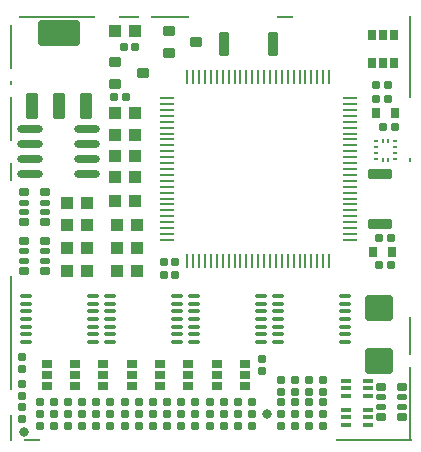
<source format=gtp>
G04*
G04 #@! TF.GenerationSoftware,Altium Limited,Altium Designer,23.4.1 (23)*
G04*
G04 Layer_Color=8421504*
%FSLAX25Y25*%
%MOIN*%
G70*
G04*
G04 #@! TF.SameCoordinates,4B0A588D-1AC6-410B-B069-DFE6D3FFDE1E*
G04*
G04*
G04 #@! TF.FilePolarity,Positive*
G04*
G01*
G75*
%ADD20O,0.04724X0.00866*%
%ADD21O,0.00866X0.04724*%
%ADD22R,0.12992X0.00787*%
%ADD23R,0.06693X0.00787*%
%ADD24R,0.00787X0.12992*%
%ADD25R,0.05512X0.00787*%
%ADD26R,0.25197X0.00787*%
%ADD27R,0.00787X0.38189*%
%ADD28R,0.00787X0.09055*%
%ADD29R,0.00787X0.06299*%
%ADD30R,0.00787X0.24803*%
%ADD31R,0.00787X0.27559*%
%ADD32R,0.00787X0.14567*%
%ADD33R,0.00787X0.01575*%
G04:AMPARAMS|DCode=34|XSize=25.59mil|YSize=31.5mil|CornerRadius=2.56mil|HoleSize=0mil|Usage=FLASHONLY|Rotation=270.000|XOffset=0mil|YOffset=0mil|HoleType=Round|Shape=RoundedRectangle|*
%AMROUNDEDRECTD34*
21,1,0.02559,0.02638,0,0,270.0*
21,1,0.02047,0.03150,0,0,270.0*
1,1,0.00512,-0.01319,-0.01024*
1,1,0.00512,-0.01319,0.01024*
1,1,0.00512,0.01319,0.01024*
1,1,0.00512,0.01319,-0.01024*
%
%ADD34ROUNDEDRECTD34*%
G04:AMPARAMS|DCode=35|XSize=17.72mil|YSize=31.5mil|CornerRadius=1.77mil|HoleSize=0mil|Usage=FLASHONLY|Rotation=270.000|XOffset=0mil|YOffset=0mil|HoleType=Round|Shape=RoundedRectangle|*
%AMROUNDEDRECTD35*
21,1,0.01772,0.02795,0,0,270.0*
21,1,0.01417,0.03150,0,0,270.0*
1,1,0.00354,-0.01398,-0.00709*
1,1,0.00354,-0.01398,0.00709*
1,1,0.00354,0.01398,0.00709*
1,1,0.00354,0.01398,-0.00709*
%
%ADD35ROUNDEDRECTD35*%
G04:AMPARAMS|DCode=36|XSize=12.6mil|YSize=31.5mil|CornerRadius=1.26mil|HoleSize=0mil|Usage=FLASHONLY|Rotation=90.000|XOffset=0mil|YOffset=0mil|HoleType=Round|Shape=RoundedRectangle|*
%AMROUNDEDRECTD36*
21,1,0.01260,0.02898,0,0,90.0*
21,1,0.01008,0.03150,0,0,90.0*
1,1,0.00252,0.01449,0.00504*
1,1,0.00252,0.01449,-0.00504*
1,1,0.00252,-0.01449,-0.00504*
1,1,0.00252,-0.01449,0.00504*
%
%ADD36ROUNDEDRECTD36*%
%ADD37O,0.04331X0.01181*%
G04:AMPARAMS|DCode=38|XSize=23.62mil|YSize=35.43mil|CornerRadius=2.36mil|HoleSize=0mil|Usage=FLASHONLY|Rotation=180.000|XOffset=0mil|YOffset=0mil|HoleType=Round|Shape=RoundedRectangle|*
%AMROUNDEDRECTD38*
21,1,0.02362,0.03071,0,0,180.0*
21,1,0.01890,0.03543,0,0,180.0*
1,1,0.00472,-0.00945,0.01535*
1,1,0.00472,0.00945,0.01535*
1,1,0.00472,0.00945,-0.01535*
1,1,0.00472,-0.00945,-0.01535*
%
%ADD38ROUNDEDRECTD38*%
G04:AMPARAMS|DCode=39|XSize=27.56mil|YSize=23.62mil|CornerRadius=2.36mil|HoleSize=0mil|Usage=FLASHONLY|Rotation=90.000|XOffset=0mil|YOffset=0mil|HoleType=Round|Shape=RoundedRectangle|*
%AMROUNDEDRECTD39*
21,1,0.02756,0.01890,0,0,90.0*
21,1,0.02284,0.02362,0,0,90.0*
1,1,0.00472,0.00945,0.01142*
1,1,0.00472,0.00945,-0.01142*
1,1,0.00472,-0.00945,-0.01142*
1,1,0.00472,-0.00945,0.01142*
%
%ADD39ROUNDEDRECTD39*%
%ADD40R,0.01378X0.00984*%
%ADD41R,0.00984X0.01378*%
G04:AMPARAMS|DCode=42|XSize=31.5mil|YSize=78.74mil|CornerRadius=3.15mil|HoleSize=0mil|Usage=FLASHONLY|Rotation=90.000|XOffset=0mil|YOffset=0mil|HoleType=Round|Shape=RoundedRectangle|*
%AMROUNDEDRECTD42*
21,1,0.03150,0.07244,0,0,90.0*
21,1,0.02520,0.07874,0,0,90.0*
1,1,0.00630,0.03622,0.01260*
1,1,0.00630,0.03622,-0.01260*
1,1,0.00630,-0.03622,-0.01260*
1,1,0.00630,-0.03622,0.01260*
%
%ADD42ROUNDEDRECTD42*%
G04:AMPARAMS|DCode=43|XSize=27.56mil|YSize=23.62mil|CornerRadius=2.36mil|HoleSize=0mil|Usage=FLASHONLY|Rotation=180.000|XOffset=0mil|YOffset=0mil|HoleType=Round|Shape=RoundedRectangle|*
%AMROUNDEDRECTD43*
21,1,0.02756,0.01890,0,0,180.0*
21,1,0.02284,0.02362,0,0,180.0*
1,1,0.00472,-0.01142,0.00945*
1,1,0.00472,0.01142,0.00945*
1,1,0.00472,0.01142,-0.00945*
1,1,0.00472,-0.01142,-0.00945*
%
%ADD43ROUNDEDRECTD43*%
G04:AMPARAMS|DCode=44|XSize=23.62mil|YSize=35.43mil|CornerRadius=2.36mil|HoleSize=0mil|Usage=FLASHONLY|Rotation=270.000|XOffset=0mil|YOffset=0mil|HoleType=Round|Shape=RoundedRectangle|*
%AMROUNDEDRECTD44*
21,1,0.02362,0.03071,0,0,270.0*
21,1,0.01890,0.03543,0,0,270.0*
1,1,0.00472,-0.01535,-0.00945*
1,1,0.00472,-0.01535,0.00945*
1,1,0.00472,0.01535,0.00945*
1,1,0.00472,0.01535,-0.00945*
%
%ADD44ROUNDEDRECTD44*%
G04:AMPARAMS|DCode=45|XSize=35.43mil|YSize=37.4mil|CornerRadius=3.54mil|HoleSize=0mil|Usage=FLASHONLY|Rotation=270.000|XOffset=0mil|YOffset=0mil|HoleType=Round|Shape=RoundedRectangle|*
%AMROUNDEDRECTD45*
21,1,0.03543,0.03032,0,0,270.0*
21,1,0.02835,0.03740,0,0,270.0*
1,1,0.00709,-0.01516,-0.01417*
1,1,0.00709,-0.01516,0.01417*
1,1,0.00709,0.01516,0.01417*
1,1,0.00709,0.01516,-0.01417*
%
%ADD45ROUNDEDRECTD45*%
%ADD46O,0.08661X0.02362*%
G04:AMPARAMS|DCode=47|XSize=43.31mil|YSize=84.65mil|CornerRadius=4.33mil|HoleSize=0mil|Usage=FLASHONLY|Rotation=0.000|XOffset=0mil|YOffset=0mil|HoleType=Round|Shape=RoundedRectangle|*
%AMROUNDEDRECTD47*
21,1,0.04331,0.07598,0,0,0.0*
21,1,0.03465,0.08465,0,0,0.0*
1,1,0.00866,0.01732,-0.03799*
1,1,0.00866,-0.01732,-0.03799*
1,1,0.00866,-0.01732,0.03799*
1,1,0.00866,0.01732,0.03799*
%
%ADD47ROUNDEDRECTD47*%
G04:AMPARAMS|DCode=48|XSize=39.37mil|YSize=43.31mil|CornerRadius=3.94mil|HoleSize=0mil|Usage=FLASHONLY|Rotation=0.000|XOffset=0mil|YOffset=0mil|HoleType=Round|Shape=RoundedRectangle|*
%AMROUNDEDRECTD48*
21,1,0.03937,0.03543,0,0,0.0*
21,1,0.03150,0.04331,0,0,0.0*
1,1,0.00787,0.01575,-0.01772*
1,1,0.00787,-0.01575,-0.01772*
1,1,0.00787,-0.01575,0.01772*
1,1,0.00787,0.01575,0.01772*
%
%ADD48ROUNDEDRECTD48*%
G04:AMPARAMS|DCode=49|XSize=27.56mil|YSize=36.22mil|CornerRadius=2.76mil|HoleSize=0mil|Usage=FLASHONLY|Rotation=0.000|XOffset=0mil|YOffset=0mil|HoleType=Round|Shape=RoundedRectangle|*
%AMROUNDEDRECTD49*
21,1,0.02756,0.03071,0,0,0.0*
21,1,0.02205,0.03622,0,0,0.0*
1,1,0.00551,0.01102,-0.01535*
1,1,0.00551,-0.01102,-0.01535*
1,1,0.00551,-0.01102,0.01535*
1,1,0.00551,0.01102,0.01535*
%
%ADD49ROUNDEDRECTD49*%
G04:AMPARAMS|DCode=50|XSize=31.5mil|YSize=78.74mil|CornerRadius=3.15mil|HoleSize=0mil|Usage=FLASHONLY|Rotation=0.000|XOffset=0mil|YOffset=0mil|HoleType=Round|Shape=RoundedRectangle|*
%AMROUNDEDRECTD50*
21,1,0.03150,0.07244,0,0,0.0*
21,1,0.02520,0.07874,0,0,0.0*
1,1,0.00630,0.01260,-0.03622*
1,1,0.00630,-0.01260,-0.03622*
1,1,0.00630,-0.01260,0.03622*
1,1,0.00630,0.01260,0.03622*
%
%ADD50ROUNDEDRECTD50*%
G04:AMPARAMS|DCode=51|XSize=35.43mil|YSize=37.4mil|CornerRadius=3.54mil|HoleSize=0mil|Usage=FLASHONLY|Rotation=270.000|XOffset=0mil|YOffset=0mil|HoleType=Round|Shape=RoundedRectangle|*
%AMROUNDEDRECTD51*
21,1,0.03543,0.03032,0,0,270.0*
21,1,0.02835,0.03740,0,0,270.0*
1,1,0.00709,-0.01516,-0.01417*
1,1,0.00709,-0.01516,0.01417*
1,1,0.00709,0.01516,0.01417*
1,1,0.00709,0.01516,-0.01417*
%
%ADD51ROUNDEDRECTD51*%
G04:AMPARAMS|DCode=52|XSize=137.8mil|YSize=84.65mil|CornerRadius=8.47mil|HoleSize=0mil|Usage=FLASHONLY|Rotation=0.000|XOffset=0mil|YOffset=0mil|HoleType=Round|Shape=RoundedRectangle|*
%AMROUNDEDRECTD52*
21,1,0.13780,0.06772,0,0,0.0*
21,1,0.12087,0.08465,0,0,0.0*
1,1,0.01693,0.06043,-0.03386*
1,1,0.01693,-0.06043,-0.03386*
1,1,0.01693,-0.06043,0.03386*
1,1,0.01693,0.06043,0.03386*
%
%ADD52ROUNDEDRECTD52*%
G04:AMPARAMS|DCode=53|XSize=43.31mil|YSize=84.65mil|CornerRadius=4.33mil|HoleSize=0mil|Usage=FLASHONLY|Rotation=0.000|XOffset=0mil|YOffset=0mil|HoleType=Round|Shape=RoundedRectangle|*
%AMROUNDEDRECTD53*
21,1,0.04331,0.07599,0,0,0.0*
21,1,0.03465,0.08465,0,0,0.0*
1,1,0.00866,0.01732,-0.03799*
1,1,0.00866,-0.01732,-0.03799*
1,1,0.00866,-0.01732,0.03799*
1,1,0.00866,0.01732,0.03799*
%
%ADD53ROUNDEDRECTD53*%
%ADD54C,0.03150*%
G04:AMPARAMS|DCode=55|XSize=86.61mil|YSize=90.55mil|CornerRadius=8.66mil|HoleSize=0mil|Usage=FLASHONLY|Rotation=90.000|XOffset=0mil|YOffset=0mil|HoleType=Round|Shape=RoundedRectangle|*
%AMROUNDEDRECTD55*
21,1,0.08661,0.07323,0,0,90.0*
21,1,0.06929,0.09055,0,0,90.0*
1,1,0.01732,0.03661,0.03465*
1,1,0.01732,0.03661,-0.03465*
1,1,0.01732,-0.03661,-0.03465*
1,1,0.01732,-0.03661,0.03465*
%
%ADD55ROUNDEDRECTD55*%
D20*
X113226Y112402D02*
D03*
X52202Y96653D02*
D03*
X113226Y114370D02*
D03*
Y110433D02*
D03*
Y108465D02*
D03*
Y106496D02*
D03*
Y104528D02*
D03*
Y102559D02*
D03*
Y100591D02*
D03*
Y98622D02*
D03*
Y96653D02*
D03*
Y94685D02*
D03*
Y92716D02*
D03*
Y90748D02*
D03*
Y88779D02*
D03*
Y86811D02*
D03*
Y84842D02*
D03*
Y82874D02*
D03*
Y80905D02*
D03*
Y78937D02*
D03*
Y76968D02*
D03*
Y75000D02*
D03*
Y73032D02*
D03*
Y71063D02*
D03*
Y69095D02*
D03*
Y67126D02*
D03*
X52202D02*
D03*
Y69095D02*
D03*
Y71063D02*
D03*
Y73032D02*
D03*
Y75000D02*
D03*
Y76968D02*
D03*
Y78937D02*
D03*
Y80905D02*
D03*
Y82874D02*
D03*
Y84842D02*
D03*
Y86811D02*
D03*
Y88779D02*
D03*
Y90748D02*
D03*
Y92716D02*
D03*
Y94685D02*
D03*
Y98622D02*
D03*
Y100591D02*
D03*
Y102559D02*
D03*
Y104528D02*
D03*
Y106496D02*
D03*
Y108465D02*
D03*
Y110433D02*
D03*
Y112402D02*
D03*
Y114370D02*
D03*
D21*
X61061Y60236D02*
D03*
X59092Y121260D02*
D03*
X61061D02*
D03*
X63029D02*
D03*
X64998D02*
D03*
X66966D02*
D03*
X68935D02*
D03*
X70903D02*
D03*
X72872D02*
D03*
X74840D02*
D03*
X76809D02*
D03*
X78777D02*
D03*
X80746D02*
D03*
X82714D02*
D03*
X84683D02*
D03*
X86651D02*
D03*
X88620D02*
D03*
X90588D02*
D03*
X92557D02*
D03*
X94525D02*
D03*
X96494D02*
D03*
X98462D02*
D03*
X100431D02*
D03*
X102399D02*
D03*
X104368D02*
D03*
X106336D02*
D03*
Y60236D02*
D03*
X104368D02*
D03*
X102399D02*
D03*
X100431D02*
D03*
X98462D02*
D03*
X96494D02*
D03*
X94525D02*
D03*
X92557D02*
D03*
X90588D02*
D03*
X88620D02*
D03*
X86651D02*
D03*
X84683D02*
D03*
X82714D02*
D03*
X80746D02*
D03*
X78777D02*
D03*
X76809D02*
D03*
X74840D02*
D03*
X72872D02*
D03*
X70903D02*
D03*
X68935D02*
D03*
X66966D02*
D03*
X64998D02*
D03*
X63029D02*
D03*
X59092D02*
D03*
D22*
X53347Y141339D02*
D03*
D23*
X39567D02*
D03*
D24*
X133465Y35236D02*
D03*
D25*
X91732Y141339D02*
D03*
X7480Y394D02*
D03*
D26*
X121260Y394D02*
D03*
X15748Y141339D02*
D03*
D27*
X394Y36024D02*
D03*
D28*
X394Y4528D02*
D03*
D29*
X394Y89764D02*
D03*
D30*
X133465Y12402D02*
D03*
D31*
Y127953D02*
D03*
D32*
X394Y107283D02*
D03*
Y131299D02*
D03*
D33*
Y119291D02*
D03*
X133465Y93701D02*
D03*
D34*
X123622Y18090D02*
D03*
X130709Y18090D02*
D03*
Y8051D02*
D03*
X123622D02*
D03*
X11811Y66831D02*
D03*
X4724D02*
D03*
Y56791D02*
D03*
X11811D02*
D03*
Y72933D02*
D03*
X4724D02*
D03*
Y82973D02*
D03*
X11811D02*
D03*
D35*
X123622Y14646D02*
D03*
X123622Y11496D02*
D03*
X130709D02*
D03*
X130709Y14646D02*
D03*
X4724Y60236D02*
D03*
Y63386D02*
D03*
X11811D02*
D03*
Y60236D02*
D03*
Y76378D02*
D03*
Y79528D02*
D03*
X4724D02*
D03*
Y76378D02*
D03*
D36*
X119410Y15094D02*
D03*
X119410Y17653D02*
D03*
X119410Y20213D02*
D03*
X111930Y15094D02*
D03*
Y20213D02*
D03*
Y17653D02*
D03*
X111930Y10469D02*
D03*
Y5350D02*
D03*
X119410Y10469D02*
D03*
Y7909D02*
D03*
Y5350D02*
D03*
X111930Y7909D02*
D03*
D37*
X55709Y43307D02*
D03*
X83661D02*
D03*
X27756D02*
D03*
X33268Y38189D02*
D03*
X61221Y48425D02*
D03*
Y45866D02*
D03*
Y43307D02*
D03*
Y40748D02*
D03*
X61221Y38189D02*
D03*
X61221Y35630D02*
D03*
Y33071D02*
D03*
X83661Y48425D02*
D03*
X83661Y45866D02*
D03*
X83661Y40748D02*
D03*
X83661Y38189D02*
D03*
X83661Y35630D02*
D03*
Y33071D02*
D03*
X5315Y48425D02*
D03*
Y45866D02*
D03*
Y43307D02*
D03*
Y40748D02*
D03*
Y38189D02*
D03*
Y35630D02*
D03*
Y33071D02*
D03*
X27756Y48425D02*
D03*
Y45866D02*
D03*
Y40748D02*
D03*
Y38189D02*
D03*
Y35630D02*
D03*
Y33071D02*
D03*
X33268Y48425D02*
D03*
Y45866D02*
D03*
Y43307D02*
D03*
Y40748D02*
D03*
Y35630D02*
D03*
Y33071D02*
D03*
X55709Y48425D02*
D03*
Y45866D02*
D03*
Y40748D02*
D03*
Y38189D02*
D03*
Y35630D02*
D03*
Y33071D02*
D03*
X111614D02*
D03*
Y35630D02*
D03*
X111614Y38189D02*
D03*
X111614Y40748D02*
D03*
Y43307D02*
D03*
X111614Y45866D02*
D03*
X111614Y48425D02*
D03*
X89173Y33071D02*
D03*
Y35630D02*
D03*
X89173Y38189D02*
D03*
X89173Y40748D02*
D03*
Y43307D02*
D03*
X89173Y45866D02*
D03*
X89173Y48425D02*
D03*
D38*
X124409Y135433D02*
D03*
X128150D02*
D03*
X120669D02*
D03*
Y125984D02*
D03*
X124409D02*
D03*
X128150D02*
D03*
D39*
X125859Y114173D02*
D03*
Y118898D02*
D03*
X124390Y104626D02*
D03*
X37850Y131411D02*
D03*
X51162Y55545D02*
D03*
X121923Y114173D02*
D03*
X128328Y104626D02*
D03*
X123028Y67642D02*
D03*
X126965D02*
D03*
X123028Y58587D02*
D03*
X126965D02*
D03*
X121923Y118898D02*
D03*
X41787Y131411D02*
D03*
X34710Y114696D02*
D03*
X38647D02*
D03*
X55099Y55545D02*
D03*
X55118Y59841D02*
D03*
X51181D02*
D03*
D40*
X128316Y95991D02*
D03*
Y94023D02*
D03*
X122017Y97960D02*
D03*
Y95991D02*
D03*
Y99928D02*
D03*
Y94023D02*
D03*
X128316Y99928D02*
D03*
Y97960D02*
D03*
D41*
X126151Y93826D02*
D03*
X124182D02*
D03*
Y100125D02*
D03*
X126151D02*
D03*
D42*
X123411Y88976D02*
D03*
Y72441D02*
D03*
D43*
X94882Y16535D02*
D03*
X104331D02*
D03*
X99606D02*
D03*
X90158D02*
D03*
X104331Y5118D02*
D03*
X94882D02*
D03*
X99606D02*
D03*
X90158D02*
D03*
X83948Y23515D02*
D03*
Y27452D02*
D03*
X90158Y9055D02*
D03*
D03*
Y12992D02*
D03*
X94882Y9055D02*
D03*
Y12992D02*
D03*
X90158Y20472D02*
D03*
X99606Y9055D02*
D03*
Y12992D02*
D03*
X94882Y20472D02*
D03*
X99606D02*
D03*
X104331Y9055D02*
D03*
Y12992D02*
D03*
Y9055D02*
D03*
X104331Y20472D02*
D03*
X94882Y9055D02*
D03*
X99606D02*
D03*
X4134Y11417D02*
D03*
Y7480D02*
D03*
X28740Y9055D02*
D03*
Y5118D02*
D03*
X42913Y9055D02*
D03*
X42913Y5118D02*
D03*
X61811Y12992D02*
D03*
Y9055D02*
D03*
Y5118D02*
D03*
Y9055D02*
D03*
X75984Y12992D02*
D03*
Y9055D02*
D03*
X4134Y28150D02*
D03*
Y24213D02*
D03*
X9843Y9055D02*
D03*
Y12992D02*
D03*
X14567Y9055D02*
D03*
Y12992D02*
D03*
X19291Y9055D02*
D03*
Y12992D02*
D03*
X24016Y9055D02*
D03*
Y12992D02*
D03*
X9843Y9055D02*
D03*
Y5118D02*
D03*
X14567Y9055D02*
D03*
Y5118D02*
D03*
X19291Y9055D02*
D03*
Y5118D02*
D03*
X24016Y9055D02*
D03*
Y5118D02*
D03*
X28740Y9055D02*
D03*
Y12992D02*
D03*
X33465Y9055D02*
D03*
Y12992D02*
D03*
X38189Y9055D02*
D03*
Y12992D02*
D03*
X42913Y9055D02*
D03*
Y12992D02*
D03*
X33465Y9055D02*
D03*
X33465Y5118D02*
D03*
X38189Y9055D02*
D03*
Y5118D02*
D03*
X47638Y12992D02*
D03*
Y9055D02*
D03*
X52362Y12992D02*
D03*
Y9055D02*
D03*
X57087Y12992D02*
D03*
Y9055D02*
D03*
X47638Y5118D02*
D03*
Y9055D02*
D03*
X52362Y5118D02*
D03*
Y9055D02*
D03*
X57087Y5118D02*
D03*
Y9055D02*
D03*
X66536Y12992D02*
D03*
Y9055D02*
D03*
X71260Y12992D02*
D03*
Y9055D02*
D03*
X80709Y12992D02*
D03*
Y9055D02*
D03*
X66536Y5118D02*
D03*
Y9055D02*
D03*
X71260Y5118D02*
D03*
Y9055D02*
D03*
X75984Y5118D02*
D03*
Y9055D02*
D03*
X80709Y5118D02*
D03*
Y9055D02*
D03*
X4134Y19094D02*
D03*
Y15157D02*
D03*
D44*
X68898Y22047D02*
D03*
X50000D02*
D03*
X31102D02*
D03*
X12205D02*
D03*
X40551Y25787D02*
D03*
Y22047D02*
D03*
Y18307D02*
D03*
X31102Y18307D02*
D03*
X31102Y25787D02*
D03*
X21654D02*
D03*
X21654Y22047D02*
D03*
Y18307D02*
D03*
X12205D02*
D03*
X12205Y25787D02*
D03*
X59449Y25787D02*
D03*
Y22047D02*
D03*
Y18307D02*
D03*
X50000Y18307D02*
D03*
X50000Y25787D02*
D03*
X78347D02*
D03*
Y22047D02*
D03*
Y18307D02*
D03*
X68898D02*
D03*
Y25787D02*
D03*
D45*
X34913Y119082D02*
D03*
X52835Y129331D02*
D03*
D46*
X25591Y93959D02*
D03*
X6693Y88959D02*
D03*
Y103959D02*
D03*
X6693Y98959D02*
D03*
X6693Y93959D02*
D03*
X25591Y103959D02*
D03*
X25591Y98959D02*
D03*
X25591Y88959D02*
D03*
D47*
X7283Y111600D02*
D03*
X25394D02*
D03*
D48*
X41745Y80074D02*
D03*
X25536Y79526D02*
D03*
X42222Y71914D02*
D03*
Y64303D02*
D03*
X25536Y71914D02*
D03*
X25536Y64303D02*
D03*
X42222Y56691D02*
D03*
X25536Y56691D02*
D03*
X35052Y80074D02*
D03*
X35529Y71914D02*
D03*
Y64303D02*
D03*
Y56691D02*
D03*
X18843Y71914D02*
D03*
Y79526D02*
D03*
X35052Y88051D02*
D03*
X41745Y88051D02*
D03*
Y95138D02*
D03*
X35052D02*
D03*
Y102224D02*
D03*
X41745D02*
D03*
Y109311D02*
D03*
X35052D02*
D03*
X18843Y64303D02*
D03*
Y56691D02*
D03*
X41745Y136811D02*
D03*
X35052D02*
D03*
D49*
X128419Y109398D02*
D03*
X122119D02*
D03*
X121059Y62957D02*
D03*
X127359D02*
D03*
D50*
X87794Y132340D02*
D03*
X71259D02*
D03*
D51*
X52835Y136811D02*
D03*
X62087Y133071D02*
D03*
X34913Y126562D02*
D03*
X44165Y122822D02*
D03*
D52*
X16339Y136010D02*
D03*
D53*
X16339Y111600D02*
D03*
D54*
X85630Y9055D02*
D03*
X4724Y3150D02*
D03*
D55*
X122821Y26797D02*
D03*
Y44513D02*
D03*
M02*

</source>
